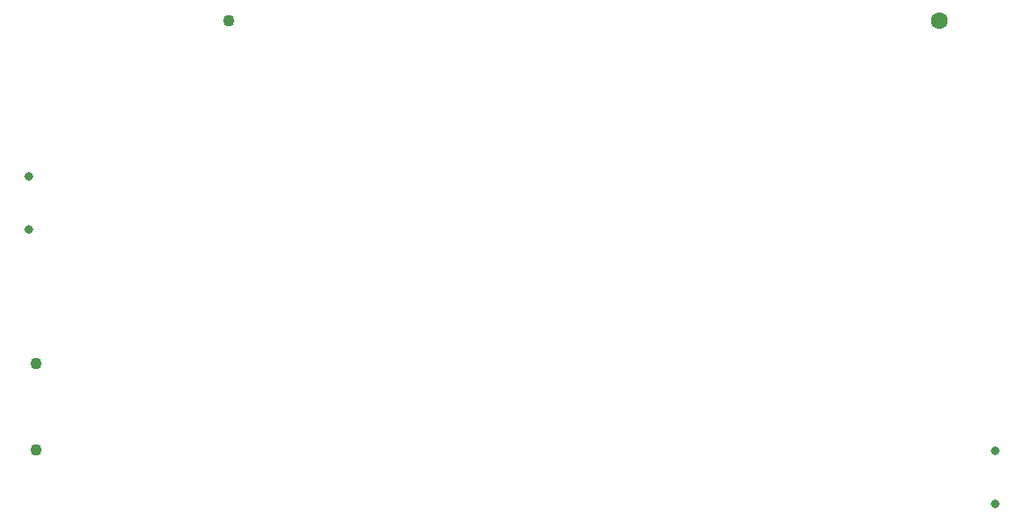
<source format=gbr>
%TF.GenerationSoftware,KiCad,Pcbnew,(5.0.1)-4*%
%TF.CreationDate,2019-03-02T12:31:38+00:00*%
%TF.ProjectId,camera module,63616D657261206D6F64756C652E6B69,rev?*%
%TF.SameCoordinates,Original*%
%TF.FileFunction,NonPlated,1,2,NPTH,Drill*%
%TF.FilePolarity,Positive*%
%FSLAX46Y46*%
G04 Gerber Fmt 4.6, Leading zero omitted, Abs format (unit mm)*
G04 Created by KiCad (PCBNEW (5.0.1)-4) date 02/03/2019 12:31:38*
%MOMM*%
%LPD*%
G01*
G04 APERTURE LIST*
%TA.AperFunction,ComponentDrill*%
%ADD10C,0.800000*%
%TD*%
%TA.AperFunction,ComponentDrill*%
%ADD11C,1.100000*%
%TD*%
%TA.AperFunction,ComponentDrill*%
%ADD12C,1.600000*%
%TD*%
G04 APERTURE END LIST*
D10*
%TO.C,J2*%
X143003841Y-99454946D03*
X143003841Y-104454946D03*
%TO.C,J17*%
X52100000Y-73600000D03*
X52100000Y-78600000D03*
D11*
%TO.C,U11*%
X52825000Y-91190000D03*
X52825000Y-99310000D03*
%TO.C,MD1*%
X70950000Y-58950000D03*
D12*
X137750000Y-58950000D03*
M02*

</source>
